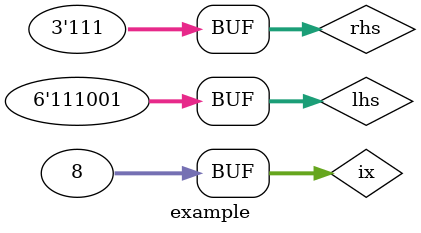
<source format=v>
module example;
    reg  [2:0] rhs;
    wire [5:0] lhs = - rhs;
    integer    ix;
    initial begin
        $monitor( "%b[5:0] = - %b[2:0]", lhs, rhs );
        for ( ix = 0; ix <= 7; ix = ix + 1 ) begin
            rhs = ix;
            #100 ;
        end
    end
endmodule

</source>
